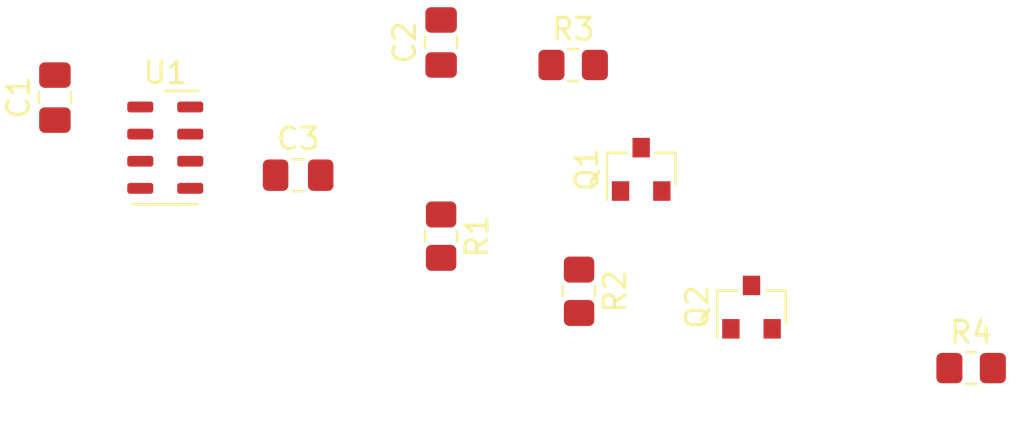
<source format=kicad_pcb>
(kicad_pcb (version 20171130) (host pcbnew 5.1.7-a382d34a8~87~ubuntu20.04.1)

  (general
    (thickness 1.6)
    (drawings 0)
    (tracks 0)
    (zones 0)
    (modules 10)
    (nets 13)
  )

  (page A4)
  (layers
    (0 F.Cu signal)
    (31 B.Cu signal)
    (32 B.Adhes user)
    (33 F.Adhes user)
    (34 B.Paste user)
    (35 F.Paste user)
    (36 B.SilkS user)
    (37 F.SilkS user)
    (38 B.Mask user)
    (39 F.Mask user)
    (40 Dwgs.User user)
    (41 Cmts.User user)
    (42 Eco1.User user)
    (43 Eco2.User user)
    (44 Edge.Cuts user)
    (45 Margin user)
    (46 B.CrtYd user)
    (47 F.CrtYd user)
    (48 B.Fab user)
    (49 F.Fab user)
  )

  (setup
    (last_trace_width 0.25)
    (trace_clearance 0.2)
    (zone_clearance 0.508)
    (zone_45_only no)
    (trace_min 0.2)
    (via_size 0.8)
    (via_drill 0.4)
    (via_min_size 0.4)
    (via_min_drill 0.3)
    (uvia_size 0.3)
    (uvia_drill 0.1)
    (uvias_allowed no)
    (uvia_min_size 0.2)
    (uvia_min_drill 0.1)
    (edge_width 0.05)
    (segment_width 0.2)
    (pcb_text_width 0.3)
    (pcb_text_size 1.5 1.5)
    (mod_edge_width 0.12)
    (mod_text_size 1 1)
    (mod_text_width 0.15)
    (pad_size 1.524 1.524)
    (pad_drill 0.762)
    (pad_to_mask_clearance 0)
    (aux_axis_origin 0 0)
    (visible_elements FFFFFF7F)
    (pcbplotparams
      (layerselection 0x010fc_ffffffff)
      (usegerberextensions false)
      (usegerberattributes true)
      (usegerberadvancedattributes true)
      (creategerberjobfile true)
      (excludeedgelayer true)
      (linewidth 0.100000)
      (plotframeref false)
      (viasonmask false)
      (mode 1)
      (useauxorigin false)
      (hpglpennumber 1)
      (hpglpenspeed 20)
      (hpglpendiameter 15.000000)
      (psnegative false)
      (psa4output false)
      (plotreference true)
      (plotvalue true)
      (plotinvisibletext false)
      (padsonsilk false)
      (subtractmaskfromsilk false)
      (outputformat 1)
      (mirror false)
      (drillshape 1)
      (scaleselection 1)
      (outputdirectory ""))
  )

  (net 0 "")
  (net 1 "Net-(C1-Pad1)")
  (net 2 GND)
  (net 3 +3V3)
  (net 4 /SDA_3V)
  (net 5 /SDA_RAW)
  (net 6 /SCL_RAW)
  (net 7 /SCL_3V)
  (net 8 "Net-(U1-Pad4)")
  (net 9 "Net-(U1-Pad5)")
  (net 10 "Net-(U1-Pad6)")
  (net 11 /SDA)
  (net 12 /SCL)

  (net_class Default "This is the default net class."
    (clearance 0.2)
    (trace_width 0.25)
    (via_dia 0.8)
    (via_drill 0.4)
    (uvia_dia 0.3)
    (uvia_drill 0.1)
    (add_net +3V3)
    (add_net /SCL)
    (add_net /SCL_3V)
    (add_net /SCL_RAW)
    (add_net /SDA)
    (add_net /SDA_3V)
    (add_net /SDA_RAW)
    (add_net GND)
    (add_net "Net-(C1-Pad1)")
    (add_net "Net-(U1-Pad4)")
    (add_net "Net-(U1-Pad5)")
    (add_net "Net-(U1-Pad6)")
  )

  (module Capacitor_SMD:C_0805_2012Metric_Pad1.18x1.45mm_HandSolder (layer F.Cu) (tedit 5F68FEEF) (tstamp 5F9A3311)
    (at 123.19 106.9125 90)
    (descr "Capacitor SMD 0805 (2012 Metric), square (rectangular) end terminal, IPC_7351 nominal with elongated pad for handsoldering. (Body size source: IPC-SM-782 page 76, https://www.pcb-3d.com/wordpress/wp-content/uploads/ipc-sm-782a_amendment_1_and_2.pdf, https://docs.google.com/spreadsheets/d/1BsfQQcO9C6DZCsRaXUlFlo91Tg2WpOkGARC1WS5S8t0/edit?usp=sharing), generated with kicad-footprint-generator")
    (tags "capacitor handsolder")
    (path /5F9C033B)
    (attr smd)
    (fp_text reference C1 (at 0 -1.68 90) (layer F.SilkS)
      (effects (font (size 1 1) (thickness 0.15)))
    )
    (fp_text value 100nF (at 0 1.68 90) (layer F.Fab)
      (effects (font (size 1 1) (thickness 0.15)))
    )
    (fp_line (start 1.88 0.98) (end -1.88 0.98) (layer F.CrtYd) (width 0.05))
    (fp_line (start 1.88 -0.98) (end 1.88 0.98) (layer F.CrtYd) (width 0.05))
    (fp_line (start -1.88 -0.98) (end 1.88 -0.98) (layer F.CrtYd) (width 0.05))
    (fp_line (start -1.88 0.98) (end -1.88 -0.98) (layer F.CrtYd) (width 0.05))
    (fp_line (start -0.261252 0.735) (end 0.261252 0.735) (layer F.SilkS) (width 0.12))
    (fp_line (start -0.261252 -0.735) (end 0.261252 -0.735) (layer F.SilkS) (width 0.12))
    (fp_line (start 1 0.625) (end -1 0.625) (layer F.Fab) (width 0.1))
    (fp_line (start 1 -0.625) (end 1 0.625) (layer F.Fab) (width 0.1))
    (fp_line (start -1 -0.625) (end 1 -0.625) (layer F.Fab) (width 0.1))
    (fp_line (start -1 0.625) (end -1 -0.625) (layer F.Fab) (width 0.1))
    (fp_text user %R (at 0 0 90) (layer F.Fab)
      (effects (font (size 0.5 0.5) (thickness 0.08)))
    )
    (pad 1 smd roundrect (at -1.0375 0 90) (size 1.175 1.45) (layers F.Cu F.Paste F.Mask) (roundrect_rratio 0.212766)
      (net 1 "Net-(C1-Pad1)"))
    (pad 2 smd roundrect (at 1.0375 0 90) (size 1.175 1.45) (layers F.Cu F.Paste F.Mask) (roundrect_rratio 0.212766)
      (net 2 GND))
    (model ${KISYS3DMOD}/Capacitor_SMD.3dshapes/C_0805_2012Metric.wrl
      (at (xyz 0 0 0))
      (scale (xyz 1 1 1))
      (rotate (xyz 0 0 0))
    )
  )

  (module Capacitor_SMD:C_0805_2012Metric_Pad1.18x1.45mm_HandSolder (layer F.Cu) (tedit 5F68FEEF) (tstamp 5F9A3322)
    (at 140.97 104.3725 90)
    (descr "Capacitor SMD 0805 (2012 Metric), square (rectangular) end terminal, IPC_7351 nominal with elongated pad for handsoldering. (Body size source: IPC-SM-782 page 76, https://www.pcb-3d.com/wordpress/wp-content/uploads/ipc-sm-782a_amendment_1_and_2.pdf, https://docs.google.com/spreadsheets/d/1BsfQQcO9C6DZCsRaXUlFlo91Tg2WpOkGARC1WS5S8t0/edit?usp=sharing), generated with kicad-footprint-generator")
    (tags "capacitor handsolder")
    (path /5F9C317B)
    (attr smd)
    (fp_text reference C2 (at 0 -1.68 90) (layer F.SilkS)
      (effects (font (size 1 1) (thickness 0.15)))
    )
    (fp_text value 10uF (at 0 1.68 90) (layer F.Fab)
      (effects (font (size 1 1) (thickness 0.15)))
    )
    (fp_text user %R (at 0 0 90) (layer F.Fab)
      (effects (font (size 0.5 0.5) (thickness 0.08)))
    )
    (fp_line (start -1 0.625) (end -1 -0.625) (layer F.Fab) (width 0.1))
    (fp_line (start -1 -0.625) (end 1 -0.625) (layer F.Fab) (width 0.1))
    (fp_line (start 1 -0.625) (end 1 0.625) (layer F.Fab) (width 0.1))
    (fp_line (start 1 0.625) (end -1 0.625) (layer F.Fab) (width 0.1))
    (fp_line (start -0.261252 -0.735) (end 0.261252 -0.735) (layer F.SilkS) (width 0.12))
    (fp_line (start -0.261252 0.735) (end 0.261252 0.735) (layer F.SilkS) (width 0.12))
    (fp_line (start -1.88 0.98) (end -1.88 -0.98) (layer F.CrtYd) (width 0.05))
    (fp_line (start -1.88 -0.98) (end 1.88 -0.98) (layer F.CrtYd) (width 0.05))
    (fp_line (start 1.88 -0.98) (end 1.88 0.98) (layer F.CrtYd) (width 0.05))
    (fp_line (start 1.88 0.98) (end -1.88 0.98) (layer F.CrtYd) (width 0.05))
    (pad 2 smd roundrect (at 1.0375 0 90) (size 1.175 1.45) (layers F.Cu F.Paste F.Mask) (roundrect_rratio 0.212766)
      (net 2 GND))
    (pad 1 smd roundrect (at -1.0375 0 90) (size 1.175 1.45) (layers F.Cu F.Paste F.Mask) (roundrect_rratio 0.212766)
      (net 2 GND))
    (model ${KISYS3DMOD}/Capacitor_SMD.3dshapes/C_0805_2012Metric.wrl
      (at (xyz 0 0 0))
      (scale (xyz 1 1 1))
      (rotate (xyz 0 0 0))
    )
  )

  (module Capacitor_SMD:C_0805_2012Metric_Pad1.18x1.45mm_HandSolder (layer F.Cu) (tedit 5F68FEEF) (tstamp 5F9A3333)
    (at 134.3875 110.49)
    (descr "Capacitor SMD 0805 (2012 Metric), square (rectangular) end terminal, IPC_7351 nominal with elongated pad for handsoldering. (Body size source: IPC-SM-782 page 76, https://www.pcb-3d.com/wordpress/wp-content/uploads/ipc-sm-782a_amendment_1_and_2.pdf, https://docs.google.com/spreadsheets/d/1BsfQQcO9C6DZCsRaXUlFlo91Tg2WpOkGARC1WS5S8t0/edit?usp=sharing), generated with kicad-footprint-generator")
    (tags "capacitor handsolder")
    (path /5F9C370D)
    (attr smd)
    (fp_text reference C3 (at 0 -1.68) (layer F.SilkS)
      (effects (font (size 1 1) (thickness 0.15)))
    )
    (fp_text value 100nF (at 0 1.68) (layer F.Fab)
      (effects (font (size 1 1) (thickness 0.15)))
    )
    (fp_line (start 1.88 0.98) (end -1.88 0.98) (layer F.CrtYd) (width 0.05))
    (fp_line (start 1.88 -0.98) (end 1.88 0.98) (layer F.CrtYd) (width 0.05))
    (fp_line (start -1.88 -0.98) (end 1.88 -0.98) (layer F.CrtYd) (width 0.05))
    (fp_line (start -1.88 0.98) (end -1.88 -0.98) (layer F.CrtYd) (width 0.05))
    (fp_line (start -0.261252 0.735) (end 0.261252 0.735) (layer F.SilkS) (width 0.12))
    (fp_line (start -0.261252 -0.735) (end 0.261252 -0.735) (layer F.SilkS) (width 0.12))
    (fp_line (start 1 0.625) (end -1 0.625) (layer F.Fab) (width 0.1))
    (fp_line (start 1 -0.625) (end 1 0.625) (layer F.Fab) (width 0.1))
    (fp_line (start -1 -0.625) (end 1 -0.625) (layer F.Fab) (width 0.1))
    (fp_line (start -1 0.625) (end -1 -0.625) (layer F.Fab) (width 0.1))
    (fp_text user %R (at 0 0) (layer F.Fab)
      (effects (font (size 0.5 0.5) (thickness 0.08)))
    )
    (pad 1 smd roundrect (at -1.0375 0) (size 1.175 1.45) (layers F.Cu F.Paste F.Mask) (roundrect_rratio 0.212766)
      (net 2 GND))
    (pad 2 smd roundrect (at 1.0375 0) (size 1.175 1.45) (layers F.Cu F.Paste F.Mask) (roundrect_rratio 0.212766)
      (net 2 GND))
    (model ${KISYS3DMOD}/Capacitor_SMD.3dshapes/C_0805_2012Metric.wrl
      (at (xyz 0 0 0))
      (scale (xyz 1 1 1))
      (rotate (xyz 0 0 0))
    )
  )

  (module Package_TO_SOT_SMD:SOT-23 (layer F.Cu) (tedit 5A02FF57) (tstamp 5F9A3348)
    (at 150.18 110.22 90)
    (descr "SOT-23, Standard")
    (tags SOT-23)
    (path /5F9E41AB)
    (attr smd)
    (fp_text reference Q1 (at 0 -2.5 90) (layer F.SilkS)
      (effects (font (size 1 1) (thickness 0.15)))
    )
    (fp_text value BSS138 (at 0 2.5 90) (layer F.Fab)
      (effects (font (size 1 1) (thickness 0.15)))
    )
    (fp_line (start 0.76 1.58) (end -0.7 1.58) (layer F.SilkS) (width 0.12))
    (fp_line (start 0.76 -1.58) (end -1.4 -1.58) (layer F.SilkS) (width 0.12))
    (fp_line (start -1.7 1.75) (end -1.7 -1.75) (layer F.CrtYd) (width 0.05))
    (fp_line (start 1.7 1.75) (end -1.7 1.75) (layer F.CrtYd) (width 0.05))
    (fp_line (start 1.7 -1.75) (end 1.7 1.75) (layer F.CrtYd) (width 0.05))
    (fp_line (start -1.7 -1.75) (end 1.7 -1.75) (layer F.CrtYd) (width 0.05))
    (fp_line (start 0.76 -1.58) (end 0.76 -0.65) (layer F.SilkS) (width 0.12))
    (fp_line (start 0.76 1.58) (end 0.76 0.65) (layer F.SilkS) (width 0.12))
    (fp_line (start -0.7 1.52) (end 0.7 1.52) (layer F.Fab) (width 0.1))
    (fp_line (start 0.7 -1.52) (end 0.7 1.52) (layer F.Fab) (width 0.1))
    (fp_line (start -0.7 -0.95) (end -0.15 -1.52) (layer F.Fab) (width 0.1))
    (fp_line (start -0.15 -1.52) (end 0.7 -1.52) (layer F.Fab) (width 0.1))
    (fp_line (start -0.7 -0.95) (end -0.7 1.5) (layer F.Fab) (width 0.1))
    (fp_text user %R (at 0 0) (layer F.Fab)
      (effects (font (size 0.5 0.5) (thickness 0.075)))
    )
    (pad 1 smd rect (at -1 -0.95 90) (size 0.9 0.8) (layers F.Cu F.Paste F.Mask)
      (net 3 +3V3))
    (pad 2 smd rect (at -1 0.95 90) (size 0.9 0.8) (layers F.Cu F.Paste F.Mask)
      (net 4 /SDA_3V))
    (pad 3 smd rect (at 1 0 90) (size 0.9 0.8) (layers F.Cu F.Paste F.Mask)
      (net 5 /SDA_RAW))
    (model ${KISYS3DMOD}/Package_TO_SOT_SMD.3dshapes/SOT-23.wrl
      (at (xyz 0 0 0))
      (scale (xyz 1 1 1))
      (rotate (xyz 0 0 0))
    )
  )

  (module Package_TO_SOT_SMD:SOT-23 (layer F.Cu) (tedit 5A02FF57) (tstamp 5F9A335D)
    (at 155.26 116.57 90)
    (descr "SOT-23, Standard")
    (tags SOT-23)
    (path /5F9E8FC4)
    (attr smd)
    (fp_text reference Q2 (at 0 -2.5 90) (layer F.SilkS)
      (effects (font (size 1 1) (thickness 0.15)))
    )
    (fp_text value BSS138 (at 0 2.5 90) (layer F.Fab)
      (effects (font (size 1 1) (thickness 0.15)))
    )
    (fp_text user %R (at 0 0) (layer F.Fab)
      (effects (font (size 0.5 0.5) (thickness 0.075)))
    )
    (fp_line (start -0.7 -0.95) (end -0.7 1.5) (layer F.Fab) (width 0.1))
    (fp_line (start -0.15 -1.52) (end 0.7 -1.52) (layer F.Fab) (width 0.1))
    (fp_line (start -0.7 -0.95) (end -0.15 -1.52) (layer F.Fab) (width 0.1))
    (fp_line (start 0.7 -1.52) (end 0.7 1.52) (layer F.Fab) (width 0.1))
    (fp_line (start -0.7 1.52) (end 0.7 1.52) (layer F.Fab) (width 0.1))
    (fp_line (start 0.76 1.58) (end 0.76 0.65) (layer F.SilkS) (width 0.12))
    (fp_line (start 0.76 -1.58) (end 0.76 -0.65) (layer F.SilkS) (width 0.12))
    (fp_line (start -1.7 -1.75) (end 1.7 -1.75) (layer F.CrtYd) (width 0.05))
    (fp_line (start 1.7 -1.75) (end 1.7 1.75) (layer F.CrtYd) (width 0.05))
    (fp_line (start 1.7 1.75) (end -1.7 1.75) (layer F.CrtYd) (width 0.05))
    (fp_line (start -1.7 1.75) (end -1.7 -1.75) (layer F.CrtYd) (width 0.05))
    (fp_line (start 0.76 -1.58) (end -1.4 -1.58) (layer F.SilkS) (width 0.12))
    (fp_line (start 0.76 1.58) (end -0.7 1.58) (layer F.SilkS) (width 0.12))
    (pad 3 smd rect (at 1 0 90) (size 0.9 0.8) (layers F.Cu F.Paste F.Mask)
      (net 6 /SCL_RAW))
    (pad 2 smd rect (at -1 0.95 90) (size 0.9 0.8) (layers F.Cu F.Paste F.Mask)
      (net 7 /SCL_3V))
    (pad 1 smd rect (at -1 -0.95 90) (size 0.9 0.8) (layers F.Cu F.Paste F.Mask)
      (net 3 +3V3))
    (model ${KISYS3DMOD}/Package_TO_SOT_SMD.3dshapes/SOT-23.wrl
      (at (xyz 0 0 0))
      (scale (xyz 1 1 1))
      (rotate (xyz 0 0 0))
    )
  )

  (module Resistor_SMD:R_0805_2012Metric_Pad1.20x1.40mm_HandSolder (layer F.Cu) (tedit 5F68FEEE) (tstamp 5F9A336E)
    (at 140.97 113.3 270)
    (descr "Resistor SMD 0805 (2012 Metric), square (rectangular) end terminal, IPC_7351 nominal with elongated pad for handsoldering. (Body size source: IPC-SM-782 page 72, https://www.pcb-3d.com/wordpress/wp-content/uploads/ipc-sm-782a_amendment_1_and_2.pdf), generated with kicad-footprint-generator")
    (tags "resistor handsolder")
    (path /5F9E29E2)
    (attr smd)
    (fp_text reference R1 (at 0 -1.65 90) (layer F.SilkS)
      (effects (font (size 1 1) (thickness 0.15)))
    )
    (fp_text value R_10K (at 0 1.65 90) (layer F.Fab)
      (effects (font (size 1 1) (thickness 0.15)))
    )
    (fp_line (start 1.85 0.95) (end -1.85 0.95) (layer F.CrtYd) (width 0.05))
    (fp_line (start 1.85 -0.95) (end 1.85 0.95) (layer F.CrtYd) (width 0.05))
    (fp_line (start -1.85 -0.95) (end 1.85 -0.95) (layer F.CrtYd) (width 0.05))
    (fp_line (start -1.85 0.95) (end -1.85 -0.95) (layer F.CrtYd) (width 0.05))
    (fp_line (start -0.227064 0.735) (end 0.227064 0.735) (layer F.SilkS) (width 0.12))
    (fp_line (start -0.227064 -0.735) (end 0.227064 -0.735) (layer F.SilkS) (width 0.12))
    (fp_line (start 1 0.625) (end -1 0.625) (layer F.Fab) (width 0.1))
    (fp_line (start 1 -0.625) (end 1 0.625) (layer F.Fab) (width 0.1))
    (fp_line (start -1 -0.625) (end 1 -0.625) (layer F.Fab) (width 0.1))
    (fp_line (start -1 0.625) (end -1 -0.625) (layer F.Fab) (width 0.1))
    (fp_text user %R (at 0 0 90) (layer F.Fab)
      (effects (font (size 0.5 0.5) (thickness 0.08)))
    )
    (pad 1 smd roundrect (at -1 0 270) (size 1.2 1.4) (layers F.Cu F.Paste F.Mask) (roundrect_rratio 0.208333)
      (net 3 +3V3))
    (pad 2 smd roundrect (at 1 0 270) (size 1.2 1.4) (layers F.Cu F.Paste F.Mask) (roundrect_rratio 0.208333)
      (net 4 /SDA_3V))
    (model ${KISYS3DMOD}/Resistor_SMD.3dshapes/R_0805_2012Metric.wrl
      (at (xyz 0 0 0))
      (scale (xyz 1 1 1))
      (rotate (xyz 0 0 0))
    )
  )

  (module Resistor_SMD:R_0805_2012Metric_Pad1.20x1.40mm_HandSolder (layer F.Cu) (tedit 5F68FEEE) (tstamp 5F9A337F)
    (at 147.32 115.84 270)
    (descr "Resistor SMD 0805 (2012 Metric), square (rectangular) end terminal, IPC_7351 nominal with elongated pad for handsoldering. (Body size source: IPC-SM-782 page 72, https://www.pcb-3d.com/wordpress/wp-content/uploads/ipc-sm-782a_amendment_1_and_2.pdf), generated with kicad-footprint-generator")
    (tags "resistor handsolder")
    (path /5F9E3120)
    (attr smd)
    (fp_text reference R2 (at 0 -1.65 90) (layer F.SilkS)
      (effects (font (size 1 1) (thickness 0.15)))
    )
    (fp_text value R_10K (at 0 1.65 90) (layer F.Fab)
      (effects (font (size 1 1) (thickness 0.15)))
    )
    (fp_text user %R (at 0 0 90) (layer F.Fab)
      (effects (font (size 0.5 0.5) (thickness 0.08)))
    )
    (fp_line (start -1 0.625) (end -1 -0.625) (layer F.Fab) (width 0.1))
    (fp_line (start -1 -0.625) (end 1 -0.625) (layer F.Fab) (width 0.1))
    (fp_line (start 1 -0.625) (end 1 0.625) (layer F.Fab) (width 0.1))
    (fp_line (start 1 0.625) (end -1 0.625) (layer F.Fab) (width 0.1))
    (fp_line (start -0.227064 -0.735) (end 0.227064 -0.735) (layer F.SilkS) (width 0.12))
    (fp_line (start -0.227064 0.735) (end 0.227064 0.735) (layer F.SilkS) (width 0.12))
    (fp_line (start -1.85 0.95) (end -1.85 -0.95) (layer F.CrtYd) (width 0.05))
    (fp_line (start -1.85 -0.95) (end 1.85 -0.95) (layer F.CrtYd) (width 0.05))
    (fp_line (start 1.85 -0.95) (end 1.85 0.95) (layer F.CrtYd) (width 0.05))
    (fp_line (start 1.85 0.95) (end -1.85 0.95) (layer F.CrtYd) (width 0.05))
    (pad 2 smd roundrect (at 1 0 270) (size 1.2 1.4) (layers F.Cu F.Paste F.Mask) (roundrect_rratio 0.208333)
      (net 7 /SCL_3V))
    (pad 1 smd roundrect (at -1 0 270) (size 1.2 1.4) (layers F.Cu F.Paste F.Mask) (roundrect_rratio 0.208333)
      (net 3 +3V3))
    (model ${KISYS3DMOD}/Resistor_SMD.3dshapes/R_0805_2012Metric.wrl
      (at (xyz 0 0 0))
      (scale (xyz 1 1 1))
      (rotate (xyz 0 0 0))
    )
  )

  (module Resistor_SMD:R_0805_2012Metric_Pad1.20x1.40mm_HandSolder (layer F.Cu) (tedit 5F68FEEE) (tstamp 5F9A3390)
    (at 147.05 105.41)
    (descr "Resistor SMD 0805 (2012 Metric), square (rectangular) end terminal, IPC_7351 nominal with elongated pad for handsoldering. (Body size source: IPC-SM-782 page 72, https://www.pcb-3d.com/wordpress/wp-content/uploads/ipc-sm-782a_amendment_1_and_2.pdf), generated with kicad-footprint-generator")
    (tags "resistor handsolder")
    (path /5F9E33CD)
    (attr smd)
    (fp_text reference R3 (at 0 -1.65) (layer F.SilkS)
      (effects (font (size 1 1) (thickness 0.15)))
    )
    (fp_text value R_10K (at 0 1.65) (layer F.Fab)
      (effects (font (size 1 1) (thickness 0.15)))
    )
    (fp_line (start 1.85 0.95) (end -1.85 0.95) (layer F.CrtYd) (width 0.05))
    (fp_line (start 1.85 -0.95) (end 1.85 0.95) (layer F.CrtYd) (width 0.05))
    (fp_line (start -1.85 -0.95) (end 1.85 -0.95) (layer F.CrtYd) (width 0.05))
    (fp_line (start -1.85 0.95) (end -1.85 -0.95) (layer F.CrtYd) (width 0.05))
    (fp_line (start -0.227064 0.735) (end 0.227064 0.735) (layer F.SilkS) (width 0.12))
    (fp_line (start -0.227064 -0.735) (end 0.227064 -0.735) (layer F.SilkS) (width 0.12))
    (fp_line (start 1 0.625) (end -1 0.625) (layer F.Fab) (width 0.1))
    (fp_line (start 1 -0.625) (end 1 0.625) (layer F.Fab) (width 0.1))
    (fp_line (start -1 -0.625) (end 1 -0.625) (layer F.Fab) (width 0.1))
    (fp_line (start -1 0.625) (end -1 -0.625) (layer F.Fab) (width 0.1))
    (fp_text user %R (at 0 0) (layer F.Fab)
      (effects (font (size 0.5 0.5) (thickness 0.08)))
    )
    (pad 1 smd roundrect (at -1 0) (size 1.2 1.4) (layers F.Cu F.Paste F.Mask) (roundrect_rratio 0.208333)
      (net 2 GND))
    (pad 2 smd roundrect (at 1 0) (size 1.2 1.4) (layers F.Cu F.Paste F.Mask) (roundrect_rratio 0.208333)
      (net 5 /SDA_RAW))
    (model ${KISYS3DMOD}/Resistor_SMD.3dshapes/R_0805_2012Metric.wrl
      (at (xyz 0 0 0))
      (scale (xyz 1 1 1))
      (rotate (xyz 0 0 0))
    )
  )

  (module Resistor_SMD:R_0805_2012Metric_Pad1.20x1.40mm_HandSolder (layer F.Cu) (tedit 5F68FEEE) (tstamp 5F9A33A1)
    (at 165.37 119.38)
    (descr "Resistor SMD 0805 (2012 Metric), square (rectangular) end terminal, IPC_7351 nominal with elongated pad for handsoldering. (Body size source: IPC-SM-782 page 72, https://www.pcb-3d.com/wordpress/wp-content/uploads/ipc-sm-782a_amendment_1_and_2.pdf), generated with kicad-footprint-generator")
    (tags "resistor handsolder")
    (path /5F9E3783)
    (attr smd)
    (fp_text reference R4 (at 0 -1.65) (layer F.SilkS)
      (effects (font (size 1 1) (thickness 0.15)))
    )
    (fp_text value R_10K (at 0 1.65) (layer F.Fab)
      (effects (font (size 1 1) (thickness 0.15)))
    )
    (fp_text user %R (at 0 0) (layer F.Fab)
      (effects (font (size 0.5 0.5) (thickness 0.08)))
    )
    (fp_line (start -1 0.625) (end -1 -0.625) (layer F.Fab) (width 0.1))
    (fp_line (start -1 -0.625) (end 1 -0.625) (layer F.Fab) (width 0.1))
    (fp_line (start 1 -0.625) (end 1 0.625) (layer F.Fab) (width 0.1))
    (fp_line (start 1 0.625) (end -1 0.625) (layer F.Fab) (width 0.1))
    (fp_line (start -0.227064 -0.735) (end 0.227064 -0.735) (layer F.SilkS) (width 0.12))
    (fp_line (start -0.227064 0.735) (end 0.227064 0.735) (layer F.SilkS) (width 0.12))
    (fp_line (start -1.85 0.95) (end -1.85 -0.95) (layer F.CrtYd) (width 0.05))
    (fp_line (start -1.85 -0.95) (end 1.85 -0.95) (layer F.CrtYd) (width 0.05))
    (fp_line (start 1.85 -0.95) (end 1.85 0.95) (layer F.CrtYd) (width 0.05))
    (fp_line (start 1.85 0.95) (end -1.85 0.95) (layer F.CrtYd) (width 0.05))
    (pad 2 smd roundrect (at 1 0) (size 1.2 1.4) (layers F.Cu F.Paste F.Mask) (roundrect_rratio 0.208333)
      (net 6 /SCL_RAW))
    (pad 1 smd roundrect (at -1 0) (size 1.2 1.4) (layers F.Cu F.Paste F.Mask) (roundrect_rratio 0.208333)
      (net 2 GND))
    (model ${KISYS3DMOD}/Resistor_SMD.3dshapes/R_0805_2012Metric.wrl
      (at (xyz 0 0 0))
      (scale (xyz 1 1 1))
      (rotate (xyz 0 0 0))
    )
  )

  (module Package_LGA:NXP_LGA-8_3x5mm_P1.25mm_H1.1mm (layer F.Cu) (tedit 5D9F7937) (tstamp 5F9A33B9)
    (at 128.27 109.22)
    (descr "NXP  LGA, 8 Pin (https://www.nxp.com/docs/en/data-sheet/MPL3115A2.pdf#page=42), generated with kicad-footprint-generator ipc_noLead_generator.py")
    (tags "NXP LGA NoLead")
    (path /5F9BDEA1)
    (attr smd)
    (fp_text reference U1 (at 0 -3.45) (layer F.SilkS)
      (effects (font (size 1 1) (thickness 0.15)))
    )
    (fp_text value MPL3115A2 (at 0 3.45) (layer F.Fab)
      (effects (font (size 1 1) (thickness 0.15)))
    )
    (fp_line (start 2 -2.75) (end -2 -2.75) (layer F.CrtYd) (width 0.05))
    (fp_line (start 2 2.75) (end 2 -2.75) (layer F.CrtYd) (width 0.05))
    (fp_line (start -2 2.75) (end 2 2.75) (layer F.CrtYd) (width 0.05))
    (fp_line (start -2 -2.75) (end -2 2.75) (layer F.CrtYd) (width 0.05))
    (fp_line (start -1.5 -1.75) (end -0.75 -2.5) (layer F.Fab) (width 0.1))
    (fp_line (start -1.5 2.5) (end -1.5 -1.75) (layer F.Fab) (width 0.1))
    (fp_line (start 1.5 2.5) (end -1.5 2.5) (layer F.Fab) (width 0.1))
    (fp_line (start 1.5 -2.5) (end 1.5 2.5) (layer F.Fab) (width 0.1))
    (fp_line (start -0.75 -2.5) (end 1.5 -2.5) (layer F.Fab) (width 0.1))
    (fp_line (start -1.5 2.61) (end 1.5 2.61) (layer F.SilkS) (width 0.12))
    (fp_line (start 0 -2.61) (end 1.5 -2.61) (layer F.SilkS) (width 0.12))
    (fp_text user %R (at 0 -0.235001) (layer F.Fab)
      (effects (font (size 0.75 0.75) (thickness 0.11)))
    )
    (pad 1 smd roundrect (at -1.15 -1.875) (size 1.2 0.5) (layers F.Cu F.Paste F.Mask) (roundrect_rratio 0.25)
      (net 2 GND))
    (pad 2 smd roundrect (at -1.15 -0.625) (size 1.2 0.5) (layers F.Cu F.Paste F.Mask) (roundrect_rratio 0.25)
      (net 1 "Net-(C1-Pad1)"))
    (pad 3 smd roundrect (at -1.15 0.625) (size 1.2 0.5) (layers F.Cu F.Paste F.Mask) (roundrect_rratio 0.25)
      (net 2 GND))
    (pad 4 smd roundrect (at -1.15 1.875) (size 1.2 0.5) (layers F.Cu F.Paste F.Mask) (roundrect_rratio 0.25)
      (net 8 "Net-(U1-Pad4)"))
    (pad 5 smd roundrect (at 1.15 1.875) (size 1.2 0.5) (layers F.Cu F.Paste F.Mask) (roundrect_rratio 0.25)
      (net 9 "Net-(U1-Pad5)"))
    (pad 6 smd roundrect (at 1.15 0.625) (size 1.2 0.5) (layers F.Cu F.Paste F.Mask) (roundrect_rratio 0.25)
      (net 10 "Net-(U1-Pad6)"))
    (pad 7 smd roundrect (at 1.15 -0.625) (size 1.2 0.5) (layers F.Cu F.Paste F.Mask) (roundrect_rratio 0.25)
      (net 11 /SDA))
    (pad 8 smd roundrect (at 1.15 -1.875) (size 1.2 0.5) (layers F.Cu F.Paste F.Mask) (roundrect_rratio 0.25)
      (net 12 /SCL))
    (model ${KISYS3DMOD}/Package_LGA.3dshapes/NXP_LGA-8_3x5mm_P1.25mm_H1.1mm.wrl
      (at (xyz 0 0 0))
      (scale (xyz 1 1 1))
      (rotate (xyz 0 0 0))
    )
  )

)

</source>
